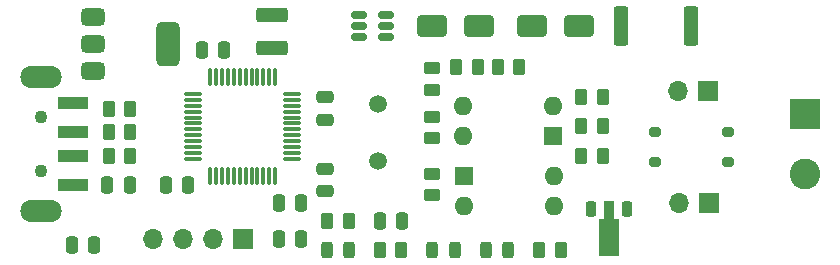
<source format=gbr>
%TF.GenerationSoftware,KiCad,Pcbnew,8.0.8*%
%TF.CreationDate,2025-03-23T20:37:34+01:00*%
%TF.ProjectId,USB-DALI,5553422d-4441-44c4-992e-6b696361645f,rev?*%
%TF.SameCoordinates,Original*%
%TF.FileFunction,Soldermask,Top*%
%TF.FilePolarity,Negative*%
%FSLAX46Y46*%
G04 Gerber Fmt 4.6, Leading zero omitted, Abs format (unit mm)*
G04 Created by KiCad (PCBNEW 8.0.8) date 2025-03-23 20:37:34*
%MOMM*%
%LPD*%
G01*
G04 APERTURE LIST*
G04 Aperture macros list*
%AMRoundRect*
0 Rectangle with rounded corners*
0 $1 Rounding radius*
0 $2 $3 $4 $5 $6 $7 $8 $9 X,Y pos of 4 corners*
0 Add a 4 corners polygon primitive as box body*
4,1,4,$2,$3,$4,$5,$6,$7,$8,$9,$2,$3,0*
0 Add four circle primitives for the rounded corners*
1,1,$1+$1,$2,$3*
1,1,$1+$1,$4,$5*
1,1,$1+$1,$6,$7*
1,1,$1+$1,$8,$9*
0 Add four rect primitives between the rounded corners*
20,1,$1+$1,$2,$3,$4,$5,0*
20,1,$1+$1,$4,$5,$6,$7,0*
20,1,$1+$1,$6,$7,$8,$9,0*
20,1,$1+$1,$8,$9,$2,$3,0*%
%AMFreePoly0*
4,1,9,3.862500,-0.866500,0.737500,-0.866500,0.737500,-0.450000,-0.737500,-0.450000,-0.737500,0.450000,0.737500,0.450000,0.737500,0.866500,3.862500,0.866500,3.862500,-0.866500,3.862500,-0.866500,$1*%
G04 Aperture macros list end*
%ADD10RoundRect,0.150000X0.512500X0.150000X-0.512500X0.150000X-0.512500X-0.150000X0.512500X-0.150000X0*%
%ADD11RoundRect,0.250000X0.250000X0.475000X-0.250000X0.475000X-0.250000X-0.475000X0.250000X-0.475000X0*%
%ADD12R,1.700000X1.700000*%
%ADD13O,1.700000X1.700000*%
%ADD14RoundRect,0.225000X-0.225000X0.425000X-0.225000X-0.425000X0.225000X-0.425000X0.225000X0.425000X0*%
%ADD15FreePoly0,270.000000*%
%ADD16RoundRect,0.250000X1.000000X0.650000X-1.000000X0.650000X-1.000000X-0.650000X1.000000X-0.650000X0*%
%ADD17RoundRect,0.250000X0.262500X0.450000X-0.262500X0.450000X-0.262500X-0.450000X0.262500X-0.450000X0*%
%ADD18RoundRect,0.250000X-0.262500X-0.450000X0.262500X-0.450000X0.262500X0.450000X-0.262500X0.450000X0*%
%ADD19RoundRect,0.250000X-0.475000X0.250000X-0.475000X-0.250000X0.475000X-0.250000X0.475000X0.250000X0*%
%ADD20RoundRect,0.250000X-0.250000X-0.475000X0.250000X-0.475000X0.250000X0.475000X-0.250000X0.475000X0*%
%ADD21RoundRect,0.250000X0.450000X-0.262500X0.450000X0.262500X-0.450000X0.262500X-0.450000X-0.262500X0*%
%ADD22RoundRect,0.243750X-0.243750X-0.456250X0.243750X-0.456250X0.243750X0.456250X-0.243750X0.456250X0*%
%ADD23RoundRect,0.200000X0.300000X0.200000X-0.300000X0.200000X-0.300000X-0.200000X0.300000X-0.200000X0*%
%ADD24RoundRect,0.250000X-0.362500X-1.425000X0.362500X-1.425000X0.362500X1.425000X-0.362500X1.425000X0*%
%ADD25RoundRect,0.075000X0.662500X0.075000X-0.662500X0.075000X-0.662500X-0.075000X0.662500X-0.075000X0*%
%ADD26RoundRect,0.075000X0.075000X0.662500X-0.075000X0.662500X-0.075000X-0.662500X0.075000X-0.662500X0*%
%ADD27RoundRect,0.250000X-0.450000X0.262500X-0.450000X-0.262500X0.450000X-0.262500X0.450000X0.262500X0*%
%ADD28R,1.600000X1.600000*%
%ADD29O,1.600000X1.600000*%
%ADD30C,1.500000*%
%ADD31RoundRect,0.243750X0.243750X0.456250X-0.243750X0.456250X-0.243750X-0.456250X0.243750X-0.456250X0*%
%ADD32C,1.100000*%
%ADD33R,2.500000X1.100000*%
%ADD34O,3.500000X1.900000*%
%ADD35RoundRect,0.375000X-0.625000X-0.375000X0.625000X-0.375000X0.625000X0.375000X-0.625000X0.375000X0*%
%ADD36RoundRect,0.500000X-0.500000X-1.400000X0.500000X-1.400000X0.500000X1.400000X-0.500000X1.400000X0*%
%ADD37RoundRect,0.250000X-1.075000X0.375000X-1.075000X-0.375000X1.075000X-0.375000X1.075000X0.375000X0*%
%ADD38R,2.600000X2.600000*%
%ADD39C,2.600000*%
G04 APERTURE END LIST*
D10*
%TO.C,U5*%
X153017500Y-91975000D03*
X153017500Y-91025000D03*
X153017500Y-90075000D03*
X150742500Y-90075000D03*
X150742500Y-91025000D03*
X150742500Y-91975000D03*
%TD*%
D11*
%TO.C,C8*%
X128330000Y-109525000D03*
X126430000Y-109525000D03*
%TD*%
D12*
%TO.C,J4*%
X180345000Y-106025000D03*
D13*
X177805000Y-106025000D03*
%TD*%
D11*
%TO.C,C2*%
X145830000Y-106025000D03*
X143930000Y-106025000D03*
%TD*%
D14*
%TO.C,Q1*%
X173380000Y-106525000D03*
D15*
X171880000Y-106612500D03*
D14*
X170380000Y-106525000D03*
%TD*%
D11*
%TO.C,C9*%
X145830000Y-109025000D03*
X143930000Y-109025000D03*
%TD*%
D16*
%TO.C,D5*%
X160880000Y-91025000D03*
X156880000Y-91025000D03*
%TD*%
D17*
%TO.C,R1*%
X167792500Y-110025000D03*
X165967500Y-110025000D03*
%TD*%
D18*
%TO.C,R5*%
X148055000Y-107525000D03*
X149880000Y-107525000D03*
%TD*%
%TO.C,R9*%
X152467500Y-110025000D03*
X154292500Y-110025000D03*
%TD*%
D19*
%TO.C,C1*%
X147880000Y-103125000D03*
X147880000Y-105025000D03*
%TD*%
D11*
%TO.C,C3*%
X154380000Y-107525000D03*
X152480000Y-107525000D03*
%TD*%
D20*
%TO.C,C5*%
X137430000Y-93025000D03*
X139330000Y-93025000D03*
%TD*%
D21*
%TO.C,R2*%
X156880000Y-100525000D03*
X156880000Y-98700000D03*
%TD*%
D22*
%TO.C,D1*%
X161442500Y-110025000D03*
X163317500Y-110025000D03*
%TD*%
D23*
%TO.C,D4*%
X181955000Y-102525000D03*
X181955000Y-99985000D03*
X175805000Y-99985000D03*
X175805000Y-102525000D03*
%TD*%
D24*
%TO.C,R15*%
X172955000Y-91025000D03*
X178880000Y-91025000D03*
%TD*%
D25*
%TO.C,U1*%
X145042500Y-102275000D03*
X145042500Y-101775000D03*
X145042500Y-101275000D03*
X145042500Y-100774999D03*
X145042500Y-100275000D03*
X145042500Y-99775000D03*
X145042500Y-99275000D03*
X145042500Y-98775000D03*
X145042500Y-98275001D03*
X145042500Y-97775000D03*
X145042500Y-97275000D03*
X145042500Y-96775000D03*
D26*
X143630000Y-95362500D03*
X143130000Y-95362500D03*
X142630000Y-95362500D03*
X142129999Y-95362500D03*
X141630000Y-95362500D03*
X141130000Y-95362500D03*
X140630000Y-95362500D03*
X140130000Y-95362500D03*
X139630001Y-95362500D03*
X139130000Y-95362500D03*
X138630000Y-95362500D03*
X138130000Y-95362500D03*
D25*
X136717500Y-96775000D03*
X136717500Y-97275000D03*
X136717500Y-97775000D03*
X136717500Y-98275001D03*
X136717500Y-98775000D03*
X136717500Y-99275000D03*
X136717500Y-99775000D03*
X136717500Y-100275000D03*
X136717500Y-100774999D03*
X136717500Y-101275000D03*
X136717500Y-101775000D03*
X136717500Y-102275000D03*
D26*
X138130000Y-103687500D03*
X138630000Y-103687500D03*
X139130000Y-103687500D03*
X139630001Y-103687500D03*
X140130000Y-103687500D03*
X140630000Y-103687500D03*
X141130000Y-103687500D03*
X141630000Y-103687500D03*
X142129999Y-103687500D03*
X142630000Y-103687500D03*
X143130000Y-103687500D03*
X143630000Y-103687500D03*
%TD*%
D18*
%TO.C,R7*%
X129555000Y-100025000D03*
X131380000Y-100025000D03*
%TD*%
D22*
%TO.C,D3*%
X148005000Y-110025000D03*
X149880000Y-110025000D03*
%TD*%
D11*
%TO.C,C4*%
X136280000Y-104525000D03*
X134380000Y-104525000D03*
%TD*%
D27*
%TO.C,R4*%
X156880000Y-103525000D03*
X156880000Y-105350000D03*
%TD*%
D28*
%TO.C,U3*%
X167180000Y-100300000D03*
D29*
X167180000Y-97760000D03*
X159560000Y-97760000D03*
X159560000Y-100300000D03*
%TD*%
D18*
%TO.C,R8*%
X129555000Y-102025000D03*
X131380000Y-102025000D03*
%TD*%
%TO.C,R12*%
X169555000Y-97025000D03*
X171380000Y-97025000D03*
%TD*%
D20*
%TO.C,C7*%
X129430000Y-104525000D03*
X131330000Y-104525000D03*
%TD*%
D30*
%TO.C,Y1*%
X152380000Y-102475000D03*
X152380000Y-97595000D03*
%TD*%
D31*
%TO.C,D2*%
X158817500Y-110025000D03*
X156942500Y-110025000D03*
%TD*%
D18*
%TO.C,R13*%
X158967500Y-94525000D03*
X160792500Y-94525000D03*
%TD*%
D17*
%TO.C,R10*%
X171380000Y-99525000D03*
X169555000Y-99525000D03*
%TD*%
D16*
%TO.C,D6*%
X169380000Y-91025000D03*
X165380000Y-91025000D03*
%TD*%
D17*
%TO.C,R3*%
X164292500Y-94525000D03*
X162467500Y-94525000D03*
%TD*%
D32*
%TO.C,J1*%
X123780000Y-103325000D03*
X123780000Y-98725000D03*
D33*
X126530000Y-104525000D03*
X126530000Y-102025000D03*
X126530000Y-100025000D03*
X126530000Y-97525000D03*
D34*
X123780000Y-106725000D03*
X123780000Y-95325000D03*
%TD*%
D35*
%TO.C,U4*%
X128230000Y-90225000D03*
X128230000Y-92525000D03*
D36*
X134530000Y-92525000D03*
D35*
X128230000Y-94825000D03*
%TD*%
D19*
%TO.C,C6*%
X147880000Y-97075000D03*
X147880000Y-98975000D03*
%TD*%
D18*
%TO.C,R6*%
X129555000Y-98025000D03*
X131380000Y-98025000D03*
%TD*%
D37*
%TO.C,L1*%
X143380000Y-90125000D03*
X143380000Y-92925000D03*
%TD*%
D28*
%TO.C,U2*%
X159580000Y-103750000D03*
D29*
X159580000Y-106290000D03*
X167200000Y-106290000D03*
X167200000Y-103750000D03*
%TD*%
D12*
%TO.C,J5*%
X180305000Y-96525000D03*
D13*
X177765000Y-96525000D03*
%TD*%
D38*
%TO.C,J3*%
X188500000Y-98480000D03*
D39*
X188500000Y-103560000D03*
%TD*%
D17*
%TO.C,R11*%
X171380000Y-102025000D03*
X169555000Y-102025000D03*
%TD*%
D12*
%TO.C,J2*%
X140920000Y-109025000D03*
D13*
X138380000Y-109025000D03*
X135840000Y-109025000D03*
X133300000Y-109025000D03*
%TD*%
D21*
%TO.C,R14*%
X156880000Y-96437500D03*
X156880000Y-94612500D03*
%TD*%
M02*

</source>
